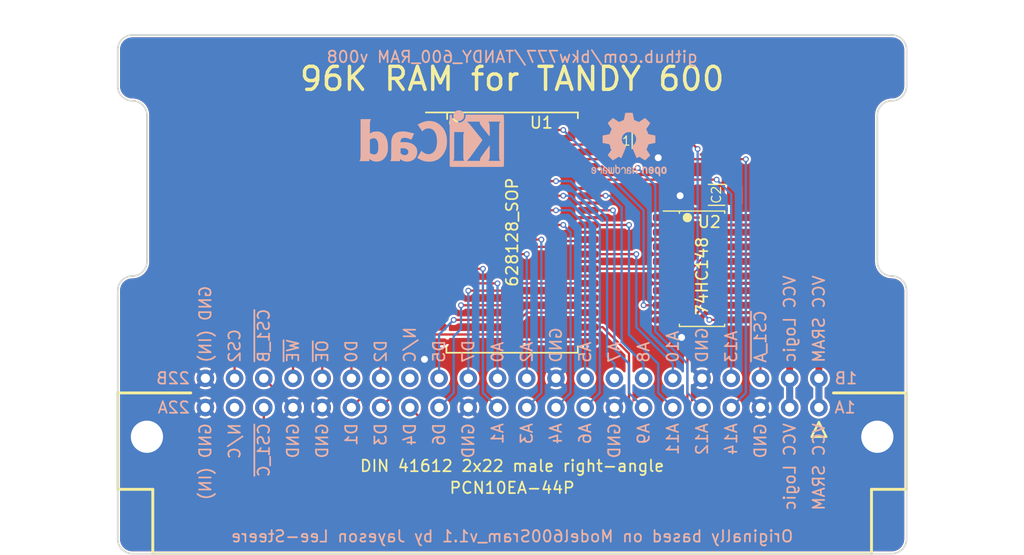
<source format=kicad_pcb>
(kicad_pcb (version 20211014) (generator pcbnew)
  (title_block (title "TANDY 600 RAM 74148") (date "2022-09-26") (rev "008") (company "Brian K. White - b.kenyon.w@gmail.com") (comment 1 "LICENSE: CC-BY-SA 4.0") (comment 2 "github.com/bkw777/TANDY_600_RAM"))
  (layers (0 "F.Cu" signal) (31 "B.Cu" signal) (34 "B.Paste" user) (35 "F.Paste" user) (36 "B.SilkS" user "B.Silkscreen") (37 "F.SilkS" user "F.Silkscreen") (38 "B.Mask" user) (39 "F.Mask" user) (44 "Edge.Cuts" user))
  (net 0 "")
  (net 1 "GND")
  (net 2 "VMEM")
  (net 3 "VCC")
  (net 4 "/A14")
  (net 5 "/A13")
  (net 6 "/A12")
  (net 7 "/A11")
  (net 8 "/A10")
  (net 9 "/A9")
  (net 10 "/A8")
  (net 11 "/A7")
  (net 12 "/A6")
  (net 13 "/A5")
  (net 14 "/A4")
  (net 15 "/A3")
  (net 16 "/A2")
  (net 17 "/A1")
  (net 18 "/A0")
  (net 19 "/D7")
  (net 20 "/D6")
  (net 21 "/D5")
  (net 22 "/D4")
  (net 23 "/D3")
  (net 24 "/D2")
  (net 25 "/D1")
  (net 26 "/D0")
  (net 27 "/~{OE}")
  (net 28 "/~{WE}")
  (net 29 "/CS2")
  (net 30 "/A15")
  (net 31 "/A16")
  (net 32 "/~{CS1}")
  (net 33 "/~{CS1_B}")
  (net 34 "/~{CS1_C}")
  (net 35 "/~{CS1_A}")
  (footprint "000_LOCAL:SOP-32W" (layer "F.Cu") (at 146.05 96.52)
    (fp_text reference "U1" (at 2.54 -9.525) (layer "F.SilkS"))
    (fp_text value "628128_SOP" (at 0 0 90) (layer "F.SilkS"))
    (pad "1" smd roundrect locked (at -6.6 -9.525) (size 1.8 0.6) (layers "F.Cu" "F.Paste" "F.Mask"))
    (pad "2" smd roundrect locked (at -6.6 -8.255) (size 1.8 0.6) (layers "F.Cu" "F.Paste" "F.Mask") (net 31 "/A16"))
    (pad "3" smd roundrect locked (at -6.6 -6.985) (size 1.8 0.6) (layers "F.Cu" "F.Paste" "F.Mask") (net 4 "/A14"))
    (pad "4" smd roundrect locked (at -6.6 -5.715) (size 1.8 0.6) (layers "F.Cu" "F.Paste" "F.Mask") (net 6 "/A12"))
    (pad "5" smd roundrect locked (at -6.6 -4.445) (size 1.8 0.6) (layers "F.Cu" "F.Paste" "F.Mask") (net 11 "/A7"))
    (pad "6" smd roundrect locked (at -6.6 -3.175) (size 1.8 0.6) (layers "F.Cu" "F.Paste" "F.Mask") (net 12 "/A6"))
    (pad "7" smd roundrect locked (at -6.6 -1.905) (size 1.8 0.6) (layers "F.Cu" "F.Paste" "F.Mask") (net 13 "/A5"))
    (pad "8" smd roundrect locked (at -6.6 -0.635) (size 1.8 0.6) (layers "F.Cu" "F.Paste" "F.Mask") (net 14 "/A4"))
    (pad "9" smd roundrect locked (at -6.6 0.635) (size 1.8 0.6) (layers "F.Cu" "F.Paste" "F.Mask") (net 15 "/A3"))
    (pad "10" smd roundrect locked (at -6.6 1.905) (size 1.8 0.6) (layers "F.Cu" "F.Paste" "F.Mask") (net 16 "/A2"))
    (pad "11" smd roundrect locked (at -6.6 3.175) (size 1.8 0.6) (layers "F.Cu" "F.Paste" "F.Mask") (net 17 "/A1"))
    (pad "12" smd roundrect locked (at -6.6 4.445) (size 1.8 0.6) (layers "F.Cu" "F.Paste" "F.Mask") (net 18 "/A0"))
    (pad "13" smd roundrect locked (at -6.6 5.715) (size 1.8 0.6) (layers "F.Cu" "F.Paste" "F.Mask") (net 26 "/D0"))
    (pad "14" smd roundrect locked (at -6.6 6.985) (size 1.8 0.6) (layers "F.Cu" "F.Paste" "F.Mask") (net 25 "/D1"))
    (pad "15" smd roundrect locked (at -6.6 8.255) (size 1.8 0.6) (layers "F.Cu" "F.Paste" "F.Mask") (net 24 "/D2"))
    (pad "16" smd roundrect locked (at -6.6 9.525) (size 1.8 0.6) (layers "F.Cu" "F.Paste" "F.Mask") (net 1 "GND"))
    (pad "17" smd roundrect locked (at 6.6 9.525) (size 1.8 0.6) (layers "F.Cu" "F.Paste" "F.Mask") (net 23 "/D3"))
    (pad "18" smd roundrect locked (at 6.6 8.255) (size 1.8 0.6) (layers "F.Cu" "F.Paste" "F.Mask") (net 22 "/D4"))
    (pad "19" smd roundrect locked (at 6.6 6.985) (size 1.8 0.6) (layers "F.Cu" "F.Paste" "F.Mask") (net 21 "/D5"))
    (pad "20" smd roundrect locked (at 6.6 5.715) (size 1.8 0.6) (layers "F.Cu" "F.Paste" "F.Mask") (net 20 "/D6"))
    (pad "21" smd roundrect locked (at 6.6 4.445) (size 1.8 0.6) (layers "F.Cu" "F.Paste" "F.Mask") (net 19 "/D7"))
    (pad "22" smd roundrect locked (at 6.6 3.175) (size 1.8 0.6) (layers "F.Cu" "F.Paste" "F.Mask") (net 32 "/~{CS1}"))
    (pad "23" smd roundrect locked (at 6.6 1.905) (size 1.8 0.6) (layers "F.Cu" "F.Paste" "F.Mask") (net 8 "/A10"))
    (pad "24" smd roundrect locked (at 6.6 0.635) (size 1.8 0.6) (layers "F.Cu" "F.Paste" "F.Mask") (net 27 "/~{OE}"))
    (pad "25" smd roundrect locked (at 6.6 -0.635) (size 1.8 0.6) (layers "F.Cu" "F.Paste" "F.Mask") (net 7 "/A11"))
    (pad "26" smd roundrect locked (at 6.6 -1.905) (size 1.8 0.6) (layers "F.Cu" "F.Paste" "F.Mask") (net 9 "/A9"))
    (pad "27" smd roundrect locked (at 6.6 -3.175) (size 1.8 0.6) (layers "F.Cu" "F.Paste" "F.Mask") (net 10 "/A8"))
    (pad "28" smd roundrect locked (at 6.6 -4.445) (size 1.8 0.6) (layers "F.Cu" "F.Paste" "F.Mask") (net 5 "/A13"))
    (pad "29" smd roundrect locked (at 6.6 -5.715) (size 1.8 0.6) (layers "F.Cu" "F.Paste" "F.Mask") (net 28 "/~{WE}"))
    (pad "30" smd roundrect locked (at 6.6 -6.985) (size 1.8 0.6) (layers "F.Cu" "F.Paste" "F.Mask") (net 29 "/CS2"))
    (pad "31" smd roundrect locked (at 6.6 -8.255) (size 1.8 0.6) (layers "F.Cu" "F.Paste" "F.Mask") (net 30 "/A15"))
    (pad "32" smd roundrect locked (at 6.6 -9.525) (size 1.8 0.6) (layers "F.Cu" "F.Paste" "F.Mask") (net 2 "VMEM"))
  )
  (footprint "000_LOCAL:C_1206" (layer "F.Cu") (at 155.575 88.519 -90)
    (fp_text reference "C1" (at 0.0635 0 unlocked) (layer "F.SilkS") (effects (font (size 0.8 0.8) (thickness 0.1))))
    (fp_text value "0.1uF")
    (pad "1" smd roundrect locked (at -1.475 0 270) (size 1.15 1.8) (layers "F.Cu" "F.Paste" "F.Mask") (roundrect_rratio 0.2173904348) (net 2 "VMEM"))
    (pad "2" smd roundrect locked (at 1.475 0 270) (size 1.15 1.8) (layers "F.Cu" "F.Paste" "F.Mask") (roundrect_rratio 0.2173904348) (net 1 "GND"))
  )
  (footprint "000_LOCAL:C_1206" (layer "F.Cu") (at 163.83 93.2688 180)
    (fp_text reference "C2" (at 0.0254 0.005 90) (layer "F.SilkS") (effects (font (size 0.8 0.8) (thickness 0.1))))
    (fp_text value "0.1uF")
    (pad "1" smd roundrect locked (at -1.475 0 180) (size 1.15 1.8) (layers "F.Cu" "F.Paste" "F.Mask") (roundrect_rratio 0.2173904348) (net 3 "VCC"))
    (pad "2" smd roundrect locked (at 1.475 0 180) (size 1.15 1.8) (layers "F.Cu" "F.Paste" "F.Mask") (roundrect_rratio 0.2173904348) (net 1 "GND"))
  )
  (footprint "000_LOCAL:DIN 41612 2x22 male right-angle" (layer "F.Cu") (at 146.05 110.49)
    (fp_text reference "J1" hide)
    (fp_text value "DIN 41612 2x22 male right-angle" (at 0 6.35) (layer "F.SilkS"))
    (pad "1A" thru_hole circle (at 26.67 1.27) (size 1.524 1.524) (drill 0.8) (layers *.Cu *.Mask) (net 2 "VMEM"))
    (pad "1B" thru_hole circle (at 26.67 -1.27) (size 1.524 1.524) (drill 0.8) (layers *.Cu *.Mask) (net 2 "VMEM"))
    (pad "2A" thru_hole circle (at 24.13 1.27) (size 1.524 1.524) (drill 0.8) (layers *.Cu *.Mask) (net 3 "VCC"))
    (pad "2B" thru_hole circle (at 24.13 -1.27) (size 1.524 1.524) (drill 0.8) (layers *.Cu *.Mask) (net 3 "VCC"))
    (pad "3A" thru_hole circle (at 21.59 1.27) (size 1.524 1.524) (drill 0.8) (layers *.Cu *.Mask) (net 1 "GND"))
    (pad "3B" thru_hole circle (at 21.59 -1.27) (size 1.524 1.524) (drill 0.8) (layers *.Cu *.Mask) (net 35 "/~{CS1_A}"))
    (pad "4A" thru_hole circle (at 19.05 1.27) (size 1.524 1.524) (drill 0.8) (layers *.Cu *.Mask) (net 4 "/A14"))
    (pad "4B" thru_hole circle (at 19.05 -1.27) (size 1.524 1.524) (drill 0.8) (layers *.Cu *.Mask) (net 5 "/A13"))
    (pad "5A" thru_hole circle (at 16.51 1.27) (size 1.524 1.524) (drill 0.8) (layers *.Cu *.Mask) (net 6 "/A12"))
    (pad "5B" thru_hole circle (at 16.51 -1.27) (size 1.524 1.524) (drill 0.8) (layers *.Cu *.Mask) (net 1 "GND"))
    (pad "6A" thru_hole circle (at 13.97 1.27) (size 1.524 1.524) (drill 0.8) (layers *.Cu *.Mask) (net 7 "/A11"))
    (pad "6B" thru_hole circle (at 13.97 -1.27) (size 1.524 1.524) (drill 0.8) (layers *.Cu *.Mask) (net 8 "/A10"))
    (pad "7A" thru_hole circle (at 11.43 1.27) (size 1.524 1.524) (drill 0.8) (layers *.Cu *.Mask) (net 9 "/A9"))
    (pad "7B" thru_hole circle (at 11.43 -1.27) (size 1.524 1.524) (drill 0.8) (layers *.Cu *.Mask) (net 10 "/A8"))
    (pad "8A" thru_hole circle (at 8.89 1.27) (size 1.524 1.524) (drill 0.8) (layers *.Cu *.Mask) (net 1 "GND"))
    (pad "8B" thru_hole circle (at 8.89 -1.27) (size 1.524 1.524) (drill 0.8) (layers *.Cu *.Mask) (net 11 "/A7"))
    (pad "9A" thru_hole circle (at 6.35 1.27) (size 1.524 1.524) (drill 0.8) (layers *.Cu *.Mask) (net 12 "/A6"))
    (pad "9B" thru_hole circle (at 6.35 -1.27) (size 1.524 1.524) (drill 0.8) (layers *.Cu *.Mask) (net 13 "/A5"))
    (pad "10A" thru_hole circle (at 3.81 1.27) (size 1.524 1.524) (drill 0.8) (layers *.Cu *.Mask) (net 14 "/A4"))
    (pad "10B" thru_hole circle (at 3.81 -1.27) (size 1.524 1.524) (drill 0.8) (layers *.Cu *.Mask) (net 1 "GND"))
    (pad "11A" thru_hole circle (at 1.27 1.27) (size 1.524 1.524) (drill 0.8) (layers *.Cu *.Mask) (net 15 "/A3"))
    (pad "11B" thru_hole circle (at 1.27 -1.27) (size 1.524 1.524) (drill 0.8) (layers *.Cu *.Mask) (net 16 "/A2"))
    (pad "12A" thru_hole circle (at -1.27 1.27) (size 1.524 1.524) (drill 0.8) (layers *.Cu *.Mask) (net 17 "/A1"))
    (pad "12B" thru_hole circle (at -1.27 -1.27) (size 1.524 1.524) (drill 0.8) (layers *.Cu *.Mask) (net 18 "/A0"))
    (pad "13A" thru_hole circle (at -3.81 1.27) (size 1.524 1.524) (drill 0.8) (layers *.Cu *.Mask) (net 1 "GND"))
    (pad "13B" thru_hole circle (at -3.81 -1.27) (size 1.524 1.524) (drill 0.8) (layers *.Cu *.Mask) (net 19 "/D7"))
    (pad "14A" thru_hole circle (at -6.35 1.27) (size 1.524 1.524) (drill 0.8) (layers *.Cu *.Mask) (net 20 "/D6"))
    (pad "14B" thru_hole circle (at -6.35 -1.27) (size 1.524 1.524) (drill 0.8) (layers *.Cu *.Mask) (net 21 "/D5"))
    (pad "15A" thru_hole circle (at -8.89 1.27) (size 1.524 1.524) (drill 0.8) (layers *.Cu *.Mask) (net 22 "/D4"))
    (pad "15B" thru_hole circle (at -8.89 -1.27) (size 1.524 1.524) (drill 0.8) (layers *.Cu *.Mask))
    (pad "16A" thru_hole circle (at -11.43 1.27) (size 1.524 1.524) (drill 0.8) (layers *.Cu *.Mask) (net 23 "/D3"))
    (pad "16B" thru_hole circle (at -11.43 -1.27) (size 1.524 1.524) (drill 0.8) (layers *.Cu *.Mask) (net 24 "/D2"))
    (pad "17A" thru_hole circle (at -13.97 1.27) (size 1.524 1.524) (drill 0.8) (layers *.Cu *.Mask) (net 25 "/D1"))
    (pad "17B" thru_hole circle (at -13.97 -1.27) (size 1.524 1.524) (drill 0.8) (layers *.Cu *.Mask) (net 26 "/D0"))
    (pad "18A" thru_hole circle (at -16.51 1.27) (size 1.524 1.524) (drill 0.8) (layers *.Cu *.Mask) (net 1 "GND"))
    (pad "18B" thru_hole circle (at -16.51 -1.27) (size 1.524 1.524) (drill 0.8) (layers *.Cu *.Mask) (net 27 "/~{OE}"))
    (pad "19A" thru_hole circle (at -19.05 1.27) (size 1.524 1.524) (drill 0.8) (layers *.Cu *.Mask) (net 1 "GND"))
    (pad "19B" thru_hole circle (at -19.05 -1.27) (size 1.524 1.524) (drill 0.8) (layers *.Cu *.Mask) (net 28 "/~{WE}"))
    (pad "20A" thru_hole circle (at -21.59 1.27) (size 1.524 1.524) (drill 0.8) (layers *.Cu *.Mask) (net 34 "/~{CS1_C}"))
    (pad "20B" thru_hole circle (at -21.59 -1.27) (size 1.524 1.524) (drill 0.8) (layers *.Cu *.Mask) (net 33 "/~{CS1_B}"))
    (pad "21A" thru_hole circle (at -24.13 1.27) (size 1.524 1.524) (drill 0.8) (layers *.Cu *.Mask))
    (pad "21B" thru_hole circle (at -24.13 -1.27) (size 1.524 1.524) (drill 0.8) (layers *.Cu *.Mask) (net 29 "/CS2"))
    (pad "22A" thru_hole circle (at -26.67 1.27) (size 1.524 1.524) (drill 0.8) (layers *.Cu *.Mask) (net 1 "GND"))
    (pad "22B" thru_hole circle (at -26.67 -1.27) (size 1.524 1.524) (drill 0.8) (layers *.Cu *.Mask) (net 1 "GND"))
    (pad "S1" thru_hole oval (at 31.75 3.81) (size 2.999999 4.500001) (drill 2.799999) (layers *.Cu *.Mask) (net 1 "GND"))
    (pad "S2" thru_hole oval (at -31.75 3.81) (size 2.999999 4.500001) (drill 2.799999) (layers *.Cu *.Mask) (net 1 "GND"))
  )
  (footprint "000_LOCAL:SOIC-SOP-16" (layer "F.Cu") (at 162.56 99.695)
    (fp_text reference "U2" (at 0.635 -4.064) (layer "F.SilkS"))
    (fp_text value "74HC148" (at 0 0.635 90) (layer "F.SilkS"))
    (pad "1" smd roundrect locked (at -3.175 -4.445) (size 2.2 0.6) (layers "F.Cu" "F.Paste" "F.Mask") (net 3 "VCC"))
    (pad "2" smd roundrect locked (at -3.1735 -3.175) (size 2.2 0.6) (layers "F.Cu" "F.Paste" "F.Mask") (net 3 "VCC"))
    (pad "3" smd roundrect locked (at -3.1735 -1.905) (size 2.2 0.6) (layers "F.Cu" "F.Paste" "F.Mask") (net 3 "VCC"))
    (pad "4" smd roundrect locked (at -3.1735 -0.635) (size 2.2 0.6) (layers "F.Cu" "F.Paste" "F.Mask") (net 3 "VCC"))
    (pad "5" smd roundrect locked (at -3.1735 0.635) (size 2.2 0.6) (layers "F.Cu" "F.Paste" "F.Mask") (net 1 "GND"))
    (pad "6" smd roundrect locked (at -3.1735 1.905) (size 2.2 0.6) (layers "F.Cu" "F.Paste" "F.Mask"))
    (pad "7" smd roundrect locked (at -3.1735 3.175) (size 2.2 0.6) (layers "F.Cu" "F.Paste" "F.Mask") (net 31 "/A16"))
    (pad "8" smd roundrect locked (at -3.1735 4.445) (size 2.2 0.6) (layers "F.Cu" "F.Paste" "F.Mask") (net 1 "GND"))
    (pad "9" smd roundrect locked (at 3.1735 4.445) (size 2.2 0.6) (layers "F.Cu" "F.Paste" "F.Mask") (net 30 "/A15"))
    (pad "10" smd roundrect locked (at 3.1735 3.175) (size 2.2 0.6) (layers "F.Cu" "F.Paste" "F.Mask") (net 35 "/~{CS1_A}"))
    (pad "11" smd roundrect locked (at 3.1735 1.905) (size 2.2 0.6) (layers "F.Cu" "F.Paste" "F.Mask") (net 33 "/~{CS1_B}"))
    (pad "12" smd roundrect locked (at 3.1735 0.635) (size 2.2 0.6) (layers "F.Cu" "F.Paste" "F.Mask") (net 34 "/~{CS1_C}"))
    (pad "13" smd roundrect locked (at 3.1735 -0.635) (size 2.2 0.6) (layers "F.Cu" "F.Paste" "F.Mask") (net 3 "VCC"))
    (pad "14" smd roundrect locked (at 3.1735 -1.905) (size 2.2 0.6) (layers "F.Cu" "F.Paste" "F.Mask") (net 32 "/~{CS1}"))
    (pad "15" smd roundrect locked (at 3.1735 -3.175) (size 2.2 0.6) (layers "F.Cu" "F.Paste" "F.Mask"))
    (pad "16" smd roundrect locked (at 3.1735 -4.445) (size 2.2 0.6) (layers "F.Cu" "F.Paste" "F.Mask") (net 3 "VCC"))
  )
  (footprint "000_LOCAL:KiCad-5mm-ss" (layer "B.Cu") (at 139.065 88.9 180)
    (fp_text reference "REF**" hide)
    (fp_text value "KiCad-5mm-ss" hide)
  )
  (footprint "000_LOCAL:OSHW-6mm-ss" (layer "B.Cu") (at 156.21 88.9 180)
    (fp_text reference "REF**" hide)
    (fp_text value "OSHW-6mm-ss" hide)
  )
  (gr_arc (start 113.03 85.09) (mid 113.928026 85.461974) (end 114.3 86.36) (layer "Edge.Cuts") (width 0.15))
  (gr_arc (start 114.3 99.06) (mid 113.928026 99.958026) (end 113.03 100.33) (layer "Edge.Cuts") (width 0.15))
  (gr_arc (start 177.8 86.36) (mid 178.171974 85.461974) (end 179.07 85.09) (layer "Edge.Cuts") (width 0.15))
  (gr_arc (start 179.07 100.33) (mid 178.171974 99.958026) (end 177.8 99.06) (layer "Edge.Cuts") (width 0.15))
  (gr_arc (start 179.07 79.375) (mid 179.968026 79.746974) (end 180.34 80.645) (layer "Edge.Cuts") (width 0.15))
  (gr_arc (start 111.76 80.645) (mid 112.131974 79.746974) (end 113.03 79.375) (layer "Edge.Cuts") (width 0.15))
  (gr_arc (start 113.03 85.09) (mid 112.131974 84.718026) (end 111.76 83.82) (layer "Edge.Cuts") (width 0.15))
  (gr_arc (start 111.76 101.6) (mid 112.131974 100.701974) (end 113.03 100.33) (layer "Edge.Cuts") (width 0.15))
  (gr_arc (start 179.07 100.33) (mid 179.968026 100.701974) (end 180.34 101.6) (layer "Edge.Cuts") (width 0.15))
  (gr_line (start 111.76 101.6) (end 111.76 123.19) (layer "Edge.Cuts") (width 0.15))
  (gr_arc (start 113.03 124.46) (mid 112.131974 124.088026) (end 111.76 123.19) (layer "Edge.Cuts") (width 0.15))
  (gr_line (start 111.76 80.645) (end 111.76 83.82) (layer "Edge.Cuts") (width 0.15))
  (gr_arc (start 180.34 123.19) (mid 179.968026 124.088026) (end 179.07 124.46) (layer "Edge.Cuts") (width 0.15))
  (gr_line (start 114.3 86.36) (end 114.3 99.06) (layer "Edge.Cuts") (width 0.15))
  (gr_line (start 180.34 80.645) (end 180.34 83.82) (layer "Edge.Cuts") (width 0.15))
  (gr_line (start 113.03 79.375) (end 179.07 79.375) (layer "Edge.Cuts") (width 0.15))
  (gr_arc (start 180.34 83.82) (mid 179.968026 84.718026) (end 179.07 85.09) (layer "Edge.Cuts") (width 0.15))
  (gr_line (start 179.07 124.46) (end 113.03 124.46) (layer "Edge.Cuts") (width 0.15))
  (gr_line (start 177.8 99.06) (end 177.8 86.36) (layer "Edge.Cuts") (width 0.15))
  (gr_line (start 180.34 101.6) (end 180.34 123.19) (layer "Edge.Cuts") (width 0.15))
  (gr_text "VCC Logic" (at 170.18 113.03 90) (layer "B.SilkS") (effects (font (size 1 1)) (justify left mirror)))
  (gr_text "A14" (at 165.1 113.03 90) (layer "B.SilkS") (effects (font (size 1 1)) (justify left mirror)))
  (gr_text "GND" (at 167.64 113.03 90) (layer "B.SilkS") (effects (font (size 1 1)) (justify left mirror)))
  (gr_text "A9" (at 157.48 113.03 90) (layer "B.SilkS") (effects (font (size 1 1)) (justify left mirror)))
  (gr_text "GND" (at 154.94 113.03 90) (layer "B.SilkS") (effects (font (size 1 1)) (justify left mirror)))
  (gr_text "A11" (at 160.02 113.03 90) (layer "B.SilkS") (effects (font (size 1 1)) (justify left mirror)))
  (gr_text "A12" (at 162.56 113.03 90) (layer "B.SilkS") (effects (font (size 1 1)) (justify left mirror)))
  (gr_text "GND" (at 142.24 113.03 90) (layer "B.SilkS") (effects (font (size 1 1)) (justify left mirror)))
  (gr_text "D6" (at 139.7 113.03 90) (layer "B.SilkS") (effects (font (size 1 1)) (justify left mirror)))
  (gr_text "D3" (at 134.62 113.03 90) (layer "B.SilkS") (effects (font (size 1 1)) (justify left mirror)))
  (gr_text "D4" (at 137.16 113.03 90) (layer "B.SilkS") (effects (font (size 1 1)) (justify left mirror)))
  (gr_text "A3" (at 147.32 113.03 90) (layer "B.SilkS") (effects (font (size 1 1)) (justify left mirror)))
  (gr_text "A1" (at 144.78 113.03 90) (layer "B.SilkS") (effects (font (size 1 1)) (justify left mirror)))
  (gr_text "A4" (at 149.86 113.03 90) (layer "B.SilkS") (effects (font (size 1 1)) (justify left mirror)))
  (gr_text "A6" (at 152.4 113.03 90) (layer "B.SilkS") (effects (font (size 1 1)) (justify left mirror)))
  (gr_text "D1" (at 132.08 113.03 90) (layer "B.SilkS") (effects (font (size 1 1)) (justify left mirror)))
  (gr_text "~{CS1_C}" (at 124.46 113.03 90) (layer "B.SilkS") (effects (font (size 1 1)) (justify left mirror)))
  (gr_text "N/C" (at 121.92 113.03 90) (layer "B.SilkS") (effects (font (size 1 1)) (justify left mirror)))
  (gr_text "GND" (at 127 113.03 90) (layer "B.SilkS") (effects (font (size 1 1)) (justify left mirror)))
  (gr_text "GND" (at 129.54 113.03 90) (layer "B.SilkS") (effects (font (size 1 1)) (justify left mirror)))
  (gr_text "GND (IN)" (at 119.38 113.03 90) (layer "B.SilkS") (effects (font (size 1 1)) (justify left mirror)))
  (gr_text "VCC SRAM" (at 172.72 107.95 90) (layer "B.SilkS") (effects (font (size 1 1)) (justify right mirror)))
  (gr_text "VCC Logic" (at 170.18 107.95 90) (layer "B.SilkS") (effects (font (size 1 1)) (justify right mirror)))
  (gr_text "A13" (at 165.1 107.95 90) (layer "B.SilkS") (effects (font (size 1 1)) (justify right mirror)))
  (gr_text "~{CS1_A}" (at 167.64 107.95 90) (layer "B.SilkS") (effects (font (size 1 1)) (justify right mirror)))
  (gr_text "A8" (at 157.48 107.95 90) (layer "B.SilkS") (effects (font (size 1 1)) (justify right mirror)))
  (gr_text "A7" (at 154.94 107.95 90) (layer "B.SilkS") (effects (font (size 1 1)) (justify right mirror)))
  (gr_text "A10" (at 160.02 107.95 90) (layer "B.SilkS") (effects (font (size 1 1)) (justify right mirror)))
  (gr_text "GND" (at 162.56 107.95 90) (layer "B.SilkS") (effects (font (size 1 1)) (justify right mirror)))
  (gr_text "D7" (at 142.24 107.95 90) (layer "B.SilkS") (effects (font (size 1 1)) (justify right mirror)))
  (gr_text "D5" (at 139.7 107.95 90) (layer "B.SilkS") (effects (font (size 1 1)) (justify right mirror)))
  (gr_text "D2" (at 134.62 107.95 90) (layer "B.SilkS") (effects (font (size 1 1)) (justify right mirror)))
  (gr_text "N/C" (at 137.16 107.95 90) (layer "B.SilkS") (effects (font (size 1 1)) (justify right mirror)))
  (gr_text "A2" (at 147.32 107.95 90) (layer "B.SilkS") (effects (font (size 1 1)) (justify right mirror)))
  (gr_text "A0" (at 144.78 107.95 90) (layer "B.SilkS") (effects (font (size 1 1)) (justify right mirror)))
  (gr_text "GND" (at 149.86 107.95 90) (layer "B.SilkS") (effects (font (size 1 1)) (justify right mirror)))
  (gr_text "A5" (at 152.4 107.95 90) (layer "B.SilkS") (effects (font (size 1 1)) (justify right mirror)))
  (gr_text "~{OE}" (at 129.54 107.95 90) (layer "B.SilkS") (effects (font (size 1 1)) (justify right mirror)))
  (gr_text "D0" (at 132.08 107.95 90) (layer "B.SilkS") (effects (font (size 1 1)) (justify right mirror)))
  (gr_text "CS2" (at 121.92 107.95 90) (layer "B.SilkS") (effects (font (size 1 1)) (justify right mirror)))
  (gr_text "GND (IN)" (at 119.38 107.95 90) (layer "B.SilkS") (effects (font (size 1 1)) (justify right mirror)))
  (gr_text "~{CS1_B}" (at 124.46 107.95 90) (layer "B.SilkS") (effects (font (size 1 1)) (justify right mirror)))
  (gr_text "~{WE}" (at 127 107.95 90) (layer "B.SilkS") (effects (font (size 1 1)) (justify right mirror)))
  (gr_text "1B" (at 173.99 109.22) (layer "B.SilkS") (effects (font (size 1 1)) (justify right mirror)))
  (gr_text "22B" (at 118.11 109.22) (layer "B.SilkS") (effects (font (size 1 1)) (justify left mirror)))
  (gr_text "Originally based on Model600Sram_v1.1 by Jayeson Lee-Steere" (at 146.05 122.96) (layer "B.SilkS") (effects (font (size 1 1)) (justify mirror)))
  (gr_text "VCC SRAM" (at 172.72 113.03 90) (layer "B.SilkS") (effects (font (size 1 1)) (justify left mirror)))
  (gr_text "22A" (at 118.11 111.76) (layer "B.SilkS") (effects (font (size 1 1)) (justify left mirror)))
  (gr_text "${COMMENT2} v${REVISION}" (at 146.05 81.28) (layer "B.SilkS") (effects (font (size 1 1)) (justify mirror)))
  (gr_text "1A" (at 173.99 111.76) (layer "B.SilkS") (effects (font (size 1 1)) (justify right mirror)))
  (gr_text "96K RAM for TANDY 600" (at 146.05 83.185) (layer "F.SilkS") (effects (font (size 2 2) (thickness 0.3))))
  (gr_text "PCN10EA-44P" (at 146.05 118.745) (layer "F.SilkS") (effects (font (size 1 1))))
  (segment (start 155.575 89.994) (end 158.701 89.994) (width 0.6) (layer "F.Cu") (net 1))
  (segment (start 158.701 89.994) (end 158.75 90.043) (width 0.6) (layer "F.Cu") (net 1))
  (via (at 138.43 107.569) (size 1) (drill 0.6) (layers "F.Cu" "B.Cu") (net 1))
  (via (at 160.782 105.664) (size 1) (drill 0.6) (layers "F.Cu" "B.Cu") (net 1))
  (via (at 160.655 93.345) (size 1) (drill 0.6) (layers "F.Cu" "B.Cu") (net 1))
  (via (at 158.75 90.043) (size 1) (drill 0.6) (layers "F.Cu" "B.Cu") (net 1))
  (segment (start 165.784 87.044) (end 155.575 87.044) (width 0.6) (layer "F.Cu") (net 2))
  (segment (start 155.575 87.044) (end 155.526 86.995) (width 0.5) (layer "F.Cu") (net 2))
  (segment (start 172.72 93.98) (end 165.784 87.044) (width 0.6) (layer "F.Cu") (net 2))
  (segment (start 155.526 86.995) (end 152.65 86.995) (width 0.6) (layer "F.Cu") (net 2))
  (segment (start 172.72 111.76) (end 172.72 109.22) (width 0.6) (layer "F.Cu") (net 2))
  (segment (start 172.72 109.22) (end 172.72 93.98) (width 0.6) (layer "F.Cu") (net 2))
  (segment (start 172.72 109.22) (end 172.72 111.76) (width 0.6) (layer "B.Cu") (net 2))
  (segment (start 170.18 101.2825) (end 170.18 109.22) (width 0.6) (layer "F.Cu") (net 3))
  (segment (start 167.9575 96.0755) (end 167.9575 99.06) (width 0.6) (layer "F.Cu") (net 3))
  (segment (start 165.7335 95.25) (end 167.132 95.25) (width 0.6) (layer "F.Cu") (net 3))
  (segment (start 159.3865 99.06) (end 159.3865 95.2515) (width 0.2) (layer "F.Cu") (net 3))
  (segment (start 159.385 95.25) (end 165.7335 95.25) (width 0.2) (layer "F.Cu") (net 3))
  (segment (start 165.7335 99.06) (end 167.9575 99.06) (width 0.2) (layer "F.Cu") (net 3))
  (segment (start 165.305 95.25) (end 165.7335 95.25) (width 0.6) (layer "F.Cu") (net 3))
  (segment (start 159.3865 95.2515) (end 159.385 95.25) (width 0.2) (layer "F.Cu") (net 3))
  (segment (start 167.9575 99.06) (end 170.18 101.2825) (width 0.6) (layer "F.Cu") (net 3))
  (segment (start 167.132 95.25) (end 167.9575 96.0755) (width 0.6) (layer "F.Cu") (net 3))
  (segment (start 170.18 111.76) (end 170.18 109.22) (width 0.6) (layer "F.Cu") (net 3))
  (segment (start 165.305 93.345) (end 165.305 95.25) (width 0.6) (layer "F.Cu") (net 3))
  (segment (start 170.18 109.22) (end 170.18 111.76) (width 0.6) (layer "B.Cu") (net 3))
  (segment (start 144.145 89.535) (end 139.45 89.535) (width 0.2) (layer "F.Cu") (net 4))
  (segment (start 144.78 88.9) (end 144.145 89.535) (width 0.2) (layer "F.Cu") (net 4))
  (segment (start 160.49625 88.9) (end 144.78 88.9) (width 0.2) (layer "F.Cu") (net 4))
  (segment (start 161.76625 90.17) (end 160.49625 88.9) (width 0.2) (layer "F.Cu") (net 4))
  (segment (start 166.37 90.17) (end 161.76625 90.17) (width 0.2) (layer "F.Cu") (net 4))
  (via (at 166.37 90.17) (size 0.5) (drill 0.3) (layers "F.Cu" "B.Cu") (net 4))
  (segment (start 166.37 90.17) (end 166.37 110.49) (width 0.2) (layer "B.Cu") (net 4))
  (segment (start 166.37 110.49) (end 165.1 111.76) (width 0.2) (layer "B.Cu") (net 4))
  (segment (start 152.777 91.948) (end 152.65 92.075) (width 0.2) (layer "F.Cu") (net 5))
  (segment (start 163.83 91.948) (end 152.777 91.948) (width 0.2) (layer "F.Cu") (net 5))
  (via (at 163.83 91.948) (size 0.5) (drill 0.3) (layers "F.Cu" "B.Cu") (net 5))
  (segment (start 163.83 91.948) (end 165.1 93.218) (width 0.2) (layer "B.Cu") (net 5))
  (segment (start 165.1 93.218) (end 165.1 109.22) (width 0.2) (layer "B.Cu") (net 5))
  (segment (start 145.415 90.805) (end 139.45 90.805) (width 0.2) (layer "F.Cu") (net 6))
  (segment (start 156.845 91.059) (end 154.686 91.059) (width 0.2) (layer "F.Cu") (net 6))
  (segment (start 146.05 90.17) (end 145.415 90.805) (width 0.2) (layer "F.Cu") (net 6))
  (segment (start 153.797 90.17) (end 146.05 90.17) (width 0.2) (layer "F.Cu") (net 6))
  (segment (start 156.972 90.932) (end 156.845 91.059) (width 0.2) (layer "F.Cu") (net 6))
  (segment (start 154.686 91.059) (end 153.797 90.17) (width 0.2) (layer "F.Cu") (net 6))
  (via (at 156.972 90.932) (size 0.5) (drill 0.3) (layers "F.Cu" "B.Cu") (net 6))
  (segment (start 156.972 90.932) (end 158.496 92.456) (width 0.2) (layer "B.Cu") (net 6))
  (segment (start 161.29 110.49) (end 162.56 111.76) (width 0.2) (layer "B.Cu") (net 6))
  (segment (start 158.496 105.156) (end 161.29 107.95) (width 0.2) (layer "B.Cu") (net 6))
  (segment (start 161.29 107.95) (end 161.29 110.49) (width 0.2) (layer "B.Cu") (net 6))
  (segment (start 158.496 92.456) (end 158.496 105.156) (width 0.2) (layer "B.Cu") (net 6))
  (segment (start 156.21 95.885) (end 152.65 95.885) (width 0.2) (layer "F.Cu") (net 7))
  (via (at 156.21 95.885) (size 0.5) (drill 0.3) (layers "F.Cu" "B.Cu") (net 7))
  (segment (start 156.21 105.41) (end 158.75 107.95) (width 0.2) (layer "B.Cu") (net 7))
  (segment (start 158.75 107.95) (end 158.75 110.49) (width 0.2) (layer "B.Cu") (net 7))
  (segment (start 156.21 95.885) (end 156.21 105.41) (width 0.2) (layer "B.Cu") (net 7))
  (segment (start 158.75 110.49) (end 160.02 111.76) (width 0.2) (layer "B.Cu") (net 7))
  (segment (start 154.305 98.425) (end 152.65 98.425) (width 0.2) (layer "F.Cu") (net 8))
  (segment (start 156.845 98.425) (end 154.305 98.425) (width 0.2) (layer "F.Cu") (net 8))
  (via (at 156.845 98.425) (size 0.5) (drill 0.3) (layers "F.Cu" "B.Cu") (net 8))
  (segment (start 156.845 98.425) (end 156.845 104.775) (width 0.2) (layer "B.Cu") (net 8))
  (segment (start 160.02 107.95) (end 160.02 109.22) (width 0.2) (layer "B.Cu") (net 8))
  (segment (start 156.845 104.775) (end 160.02 107.95) (width 0.2) (layer "B.Cu") (net 8))
  (segment (start 154.813 94.615) (end 152.65 94.615) (width 0.2) (layer "F.Cu") (net 9))
  (via (at 154.813 94.615) (size 0.5) (drill 0.3) (layers "F.Cu" "B.Cu") (net 9))
  (segment (start 154.94 94.742) (end 154.94 106.68) (width 0.2) (layer "B.Cu") (net 9))
  (segment (start 156.21 110.49) (end 157.48 111.76) (width 0.2) (layer "B.Cu") (net 9))
  (segment (start 154.94 106.68) (end 156.21 107.95) (width 0.2) (layer "B.Cu") (net 9))
  (segment (start 154.813 94.615) (end 154.94 94.742) (width 0.2) (layer "B.Cu") (net 9))
  (segment (start 156.21 107.95) (end 156.21 110.49) (width 0.2) (layer "B.Cu") (net 9))
  (segment (start 154.178 93.345) (end 152.65 93.345) (width 0.2) (layer "F.Cu") (net 10))
  (via (at 154.178 93.345) (size 0.5) (drill 0.3) (layers "F.Cu" "B.Cu") (net 10))
  (segment (start 155.575 106.045) (end 157.48 107.95) (width 0.2) (layer "B.Cu") (net 10))
  (segment (start 155.575 94.361) (end 155.575 106.045) (width 0.2) (layer "B.Cu") (net 10))
  (segment (start 154.559 93.345) (end 155.575 94.361) (width 0.2) (layer "B.Cu") (net 10))
  (segment (start 154.178 93.345) (end 154.559 93.345) (width 0.2) (layer "B.Cu") (net 10))
  (segment (start 157.48 107.95) (end 157.48 109.22) (width 0.2) (layer "B.Cu") (net 10))
  (segment (start 149.86 92.075) (end 139.45 92.075) (width 0.2) (layer "F.Cu") (net 11))
  (via (at 149.86 92.075) (size 0.5) (drill 0.3) (layers "F.Cu" "B.Cu") (net 11))
  (segment (start 149.86 92.075) (end 151.13 92.075) (width 0.2) (layer "B.Cu") (net 11))
  (segment (start 154.305 95.25) (end 154.305 107.315) (width 0.2) (layer "B.Cu") (net 11))
  (segment (start 151.13 92.075) (end 154.305 95.25) (width 0.2) (layer "B.Cu") (net 11))
  (segment (start 154.305 107.315) (end 154.94 107.95) (width 0.2) (layer "B.Cu") (net 11))
  (segment (start 154.94 107.95) (end 154.94 109.22) (width 0.2) (layer "B.Cu") (net 11))
  (segment (start 140.72 93.345) (end 139.45 93.345) (width 0.2) (layer "F.Cu") (net 12))
  (segment (start 150.495 93.345) (end 140.72 93.345) (width 0.2) (layer "F.Cu") (net 12))
  (via (at 150.495 93.345) (size 0.5) (drill 0.3) (layers "F.Cu" "B.Cu") (net 12))
  (segment (start 150.495 93.345) (end 151.13 93.345) (width 0.2) (layer "B.Cu") (net 12))
  (segment (start 153.67 110.49) (end 152.4 111.76) (width 0.2) (layer "B.Cu") (net 12))
  (segment (start 151.13 93.345) (end 153.67 95.885) (width 0.2) (layer "B.Cu") (net 12))
  (segment (start 153.67 95.885) (end 153.67 110.49) (width 0.2) (layer "B.Cu") (net 12))
  (segment (start 149.86 94.615) (end 139.45 94.615) (width 0.2) (layer "F.Cu") (net 13))
  (via (at 149.86 94.615) (size 0.5) (drill 0.3) (layers "F.Cu" "B.Cu") (net 13))
  (segment (start 152.4 95.885) (end 152.4 109.22) (width 0.2) (layer "B.Cu") (net 13))
  (segment (start 151.13 94.615) (end 152.4 95.885) (width 0.2) (layer "B.Cu") (net 13))
  (segment (start 149.86 94.615) (end 151.13 94.615) (width 0.2) (layer "B.Cu") (net 13))
  (segment (start 150.495 95.885) (end 139.45 95.885) (width 0.2) (layer "F.Cu") (net 14))
  (via (at 150.495 95.885) (size 0.5) (drill 0.3) (layers "F.Cu" "B.Cu") (net 14))
  (segment (start 151.13 96.52) (end 151.13 110.49) (width 0.2) (layer "B.Cu") (net 14))
  (segment (start 150.495 95.885) (end 151.13 96.52) (width 0.2) (layer "B.Cu") (net 14))
  (segment (start 151.13 110.49) (end 149.86 111.76) (width 0.2) (layer "B.Cu") (net 14))
  (segment (start 148.59 97.155) (end 139.45 97.155) (width 0.2) (layer "F.Cu") (net 15))
  (via (at 148.59 97.155) (size 0.5) (drill 0.3) (layers "F.Cu" "B.Cu") (net 15))
  (segment (start 148.59 110.49) (end 147.32 111.76) (width 0.2) (layer "B.Cu") (net 15))
  (segment (start 148.59 97.155) (end 148.59 110.49) (width 0.2) (layer "B.Cu") (net 15))
  (segment (start 147.32 98.425) (end 139.45 98.425) (width 0.2) (layer "F.Cu") (net 16))
  (via (at 147.32 98.425) (size 0.5) (drill 0.3) (layers "F.Cu" "B.Cu") (net 16))
  (segment (start 147.32 109.22) (end 147.32 98.425) (width 0.2) (layer "B.Cu") (net 16))
  (segment (start 139.45 99.695) (end 143.51 99.695) (width 0.2) (layer "F.Cu") (net 17))
  (via (at 143.51 99.695) (size 0.5) (drill 0.3) (layers "F.Cu" "B.Cu") (net 17))
  (segment (start 143.51 99.695) (end 143.51 110.49) (width 0.2) (layer "B.Cu") (net 17))
  (segment (start 143.51 110.49) (end 144.78 111.76) (width 0.2) (layer "B.Cu") (net 17))
  (segment (start 144.78 100.965) (end 139.45 100.965) (width 0.2) (layer "F.Cu") (net 18))
  (via (at 144.78 100.965) (size 0.5) (drill 0.3) (layers "F.Cu" "B.Cu") (net 18))
  (segment (start 144.78 109.22) (end 144.78 100.965) (width 0.2) (layer "B.Cu") (net 18))
  (segment (start 145.395157 101.6) (end 146.030157 100.965) (width 0.2) (layer "F.Cu") (net 19))
  (segment (start 146.030157 100.965) (end 152.65 100.965) (width 0.2) (layer "F.Cu") (net 19))
  (segment (start 142.24 101.6) (end 145.395157 101.6) (width 0.2) (layer "F.Cu") (net 19))
  (via (at 142.24 101.6) (size 0.5) (drill 0.3) (layers "F.Cu" "B.Cu") (net 19))
  (segment (start 142.24 101.6) (end 142.24 106.045) (width 0.2) (layer "B.Cu") (net 19))
  (segment (start 142.24 106.045) (end 142.24 109.22) (width 0.2) (layer "B.Cu") (net 19))
  (segment (start 146.685 102.235) (end 152.65 102.235) (width 0.2) (layer "F.Cu") (net 20))
  (segment (start 146.05 102.87) (end 146.685 102.235) (width 0.2) (layer "F.Cu") (net 20))
  (segment (start 141.605 102.87) (end 146.05 102.87) (width 0.2) (layer "F.Cu") (net 20))
  (via (at 141.605 102.87) (size 0.5) (drill 0.3) (layers "F.Cu" "B.Cu") (net 20))
  (segment (start 141.605 104.93375) (end 140.97 105.56875) (width 0.2) (layer "B.Cu") (net 20))
  (segment (start 140.97 110.49) (end 139.7 111.76) (width 0.2) (layer "B.Cu") (net 20))
  (segment (start 140.97 105.56875) (end 140.97 110.49) (width 0.2) (layer "B.Cu") (net 20))
  (segment (start 141.605 102.87) (end 141.605 104.93375) (width 0.2) (layer "B.Cu") (net 20))
  (segment (start 147.32 103.505) (end 152.65 103.505) (width 0.2) (layer "F.Cu") (net 21))
  (segment (start 146.685 104.14) (end 147.32 103.505) (width 0.2) (layer "F.Cu") (net 21))
  (segment (start 140.97 104.14) (end 146.685 104.14) (width 0.2) (layer "F.Cu") (net 21))
  (via (at 140.97 104.14) (size 0.5) (drill 0.3) (layers "F.Cu" "B.Cu") (net 21))
  (segment (start 140.97 104.14) (end 139.7 105.41) (width 0.2) (layer "B.Cu") (net 21))
  (segment (start 139.7 105.41) (end 139.7 109.22) (width 0.2) (layer "B.Cu") (net 21))
  (segment (start 156.21 107.061) (end 156.21 113.03) (width 0.2) (layer "F.Cu") (net 22))
  (segment (start 152.65 104.775) (end 153.924 104.775) (width 0.2) (layer "F.Cu") (net 22))
  (segment (start 139.065 113.665) (end 137.16 111.76) (width 0.2) (layer "F.Cu") (net 22))
  (segment (start 156.21 113.03) (end 155.575 113.665) (width 0.2) (layer "F.Cu") (net 22))
  (segment (start 155.575 113.665) (end 139.065 113.665) (width 0.2) (layer "F.Cu") (net 22))
  (segment (start 153.924 104.775) (end 156.21 107.061) (width 0.2) (layer "F.Cu") (net 22))
  (segment (start 135.89 107.62) (end 135.89 110.49) (width 0.2) (layer "F.Cu") (net 23))
  (segment (start 145.415 105.41) (end 138.1 105.41) (width 0.2) (layer "F.Cu") (net 23))
  (segment (start 138.1 105.41) (end 135.89 107.62) (width 0.2) (layer "F.Cu") (net 23))
  (segment (start 135.89 110.49) (end 134.62 111.76) (width 0.2) (layer "F.Cu") (net 23))
  (segment (start 146.05 106.045) (end 145.415 105.41) (width 0.2) (layer "F.Cu") (net 23))
  (segment (start 152.65 106.045) (end 146.05 106.045) (width 0.2) (layer "F.Cu") (net 23))
  (segment (start 137.785 104.775) (end 139.45 104.775) (width 0.2) (layer "F.Cu") (net 24))
  (segment (start 134.62 107.94) (end 137.785 104.775) (width 0.2) (layer "F.Cu") (net 24))
  (segment (start 134.62 109.22) (end 134.62 107.94) (width 0.2) (layer "F.Cu") (net 24))
  (segment (start 133.35 108.331) (end 133.35 110.49) (width 0.2) (layer "F.Cu") (net 25))
  (segment (start 139.45 103.505) (end 138.176 103.505) (width 0.2) (layer "F.Cu") (net 25))
  (segment (start 138.176 103.505) (end 133.35 108.331) (width 0.2) (layer "F.Cu") (net 25))
  (segment (start 133.35 110.49) (end 132.08 111.76) (width 0.2) (layer "F.Cu") (net 25))
  (segment (start 139.45 102.235) (end 137.922 102.235) (width 0.2) (layer "F.Cu") (net 26))
  (segment (start 132.08 108.077) (end 132.08 109.22) (width 0.2) (layer "F.Cu") (net 26))
  (segment (start 137.922 102.235) (end 132.08 108.077) (width 0.2) (layer "F.Cu") (net 26))
  (segment (start 150.495 97.282) (end 152.523 97.282) (width 0.2) (layer "F.Cu") (net 27))
  (segment (start 152.523 97.282) (end 152.65 97.155) (width 0.2) (layer "F.Cu") (net 27))
  (segment (start 149.987 97.79) (end 150.495 97.282) (width 0.2) (layer "F.Cu") (net 27))
  (segment (start 129.54 106.299) (end 138.049 97.79) (width 0.2) (layer "F.Cu") (net 27))
  (segment (start 138.049 97.79) (end 149.987 97.79) (width 0.2) (layer "F.Cu") (net 27))
  (segment (start 129.54 109.22) (end 129.54 106.299) (width 0.2) (layer "F.Cu") (net 27))
  (segment (start 152.65 90.805) (end 146.685 90.805) (width 0.2) (layer "F.Cu") (net 28))
  (segment (start 146.685 90.805) (end 146.05 91.44) (width 0.2) (layer "F.Cu") (net 28))
  (segment (start 146.05 91.44) (end 138.049 91.44) (width 0.2) (layer "F.Cu") (net 28))
  (segment (start 138.049 91.44) (end 127 102.489) (width 0.2) (layer "F.Cu") (net 28))
  (segment (start 127 102.489) (end 127 109.22) (width 0.2) (layer "F.Cu") (net 28))
  (segment (start 145.415 89.535) (end 152.65 89.535) (width 0.2) (layer "F.Cu") (net 29))
  (segment (start 121.92 106.299) (end 138.049 90.17) (width 0.2) (layer "F.Cu") (net 29))
  (segment (start 138.049 90.17) (end 144.78 90.17) (width 0.2) (layer "F.Cu") (net 29))
  (segment (start 144.78 90.17) (end 145.415 89.535) (width 0.2) (layer "F.Cu") (net 29))
  (segment (start 121.92 109.22) (end 121.92 106.299) (width 0.2) (layer "F.Cu") (net 29))
  (segment (start 161.163 88.265) (end 152.65 88.265) (width 0.2) (layer "F.Cu") (net 30))
  (segment (start 165.7335 104.14) (end 163.195 104.14) (width 0.2) (layer "F.Cu") (net 30))
  (segment (start 162.179 89.281) (end 161.163 88.265) (width 0.2) (layer "F.Cu") (net 30))
  (via (at 163.195 104.14) (size 0.5) (drill 0.3) (layers "F.Cu" "B.Cu") (net 30))
  (via (at 162.179 89.281) (size 0.5) (drill 0.3) (layers "F.Cu" "B.Cu") (net 30))
  (segment (start 162.179 89.281) (end 162.179 103.124) (width 0.2) (layer "B.Cu") (net 30))
  (segment (start 162.179 103.124) (end 163.195 104.14) (width 0.2) (layer "B.Cu") (net 30))
  (segment (start 144.145 87.63) (end 143.51 88.265) (width 0.2) (layer "F.Cu") (net 31))
  (segment (start 150.495 87.63) (end 144.145 87.63) (width 0.2) (layer "F.Cu") (net 31))
  (segment (start 157.48 102.87) (end 159.3865 102.87) (width 0.2) (layer "F.Cu") (net 31))
  (segment (start 143.51 88.265) (end 139.45 88.265) (width 0.2) (layer "F.Cu") (net 31))
  (via (at 157.48 102.87) (size 0.5) (drill 0.3) (layers "F.Cu" "B.Cu") (net 31))
  (via (at 150.495 87.63) (size 0.5) (drill 0.3) (layers "F.Cu" "B.Cu") (net 31))
  (segment (start 157.48 102.87) (end 157.48 94.615) (width 0.2) (layer "B.Cu") (net 31))
  (segment (start 157.48 94.615) (end 150.495 87.63) (width 0.2) (layer "B.Cu") (net 31))
  (segment (start 152.65 99.695) (end 161.671 99.695) (width 0.2) (layer "F.Cu") (net 32))
  (segment (start 163.576 97.79) (end 165.7335 97.79) (width 0.2) (layer "F.Cu") (net 32))
  (segment (start 161.671 99.695) (end 163.576 97.79) (width 0.2) (layer "F.Cu") (net 32))
  (segment (start 162.052 106.68) (end 161.29 107.442) (width 0.2) (layer "F.Cu") (net 33))
  (segment (start 164.084 101.6) (end 162.052 103.632) (width 0.2) (layer "F.Cu") (net 33))
  (segment (start 159.385 114.935) (end 127.635 114.935) (width 0.2) (layer "F.Cu") (net 33))
  (segment (start 165.7335 101.6) (end 164.084 101.6) (width 0.2) (layer "F.Cu") (net 33))
  (segment (start 161.29 113.03) (end 159.385 114.935) (width 0.2) (layer "F.Cu") (net 33))
  (segment (start 127.635 114.935) (end 125.73 113.03) (width 0.2) (layer "F.Cu") (net 33))
  (segment (start 161.29 107.442) (end 161.29 113.03) (width 0.2) (layer "F.Cu") (net 33))
  (segment (start 125.73 110.49) (end 124.46 109.22) (width 0.2) (layer "F.Cu") (net 33))
  (segment (start 162.052 103.632) (end 162.052 106.68) (width 0.2) (layer "F.Cu") (net 33))
  (segment (start 125.73 113.03) (end 125.73 110.49) (width 0.2) (layer "F.Cu") (net 33))
  (segment (start 168.91 113.03) (end 168.91 102.108) (width 0.2) (layer "F.Cu") (net 34))
  (segment (start 165.735 116.205) (end 168.91 113.03) (width 0.2) (layer "F.Cu") (net 34))
  (segment (start 168.91 102.108) (end 167.132 100.33) (width 0.2) (layer "F.Cu") (net 34))
  (segment (start 167.132 100.33) (end 165.7335 100.33) (width 0.2) (layer "F.Cu") (net 34))
  (segment (start 124.46 113.03) (end 127.635 116.205) (width 0.2) (layer "F.Cu") (net 34))
  (segment (start 124.46 111.76) (end 124.46 113.03) (width 0.2) (layer "F.Cu") (net 34))
  (segment (start 127.635 116.205) (end 165.735 116.205) (width 0.2) (layer "F.Cu") (net 34))
  (segment (start 167.132 102.87) (end 165.7335 102.87) (width 0.2) (layer "F.Cu") (net 35))
  (segment (start 167.64 103.378) (end 167.132 102.87) (width 0.2) (layer "F.Cu") (net 35))
  (segment (start 167.64 109.22) (end 167.64 103.378) (width 0.2) (layer "F.Cu") (net 35))
  (zone (net 1) (net_name "GND") (layer "F.Cu") (connect_pads (clearance 0.2)) (min_thickness 0.2) (fill yes (thermal_gap 0.2) (thermal_bridge_width 0.4) (smoothing fillet) (radius 0.1))
    (polygon (pts (xy 146.05 124.46) (xy 180.34 124.46) (xy 180.34 79.375) (xy 111.76 79.375) (xy 111.76 124.46)))
  )
  (zone (net 1) (net_name "GND") (layer "B.Cu") (connect_pads (clearance 0.2)) (min_thickness 0.2) (fill yes (thermal_gap 0.2) (thermal_bridge_width 0.4) (smoothing fillet) (radius 0.1))
    (polygon (pts (xy 146.05 124.46) (xy 180.34 124.46) (xy 180.34 79.375) (xy 111.76 79.375) (xy 111.76 124.46)))
  )
)
</source>
